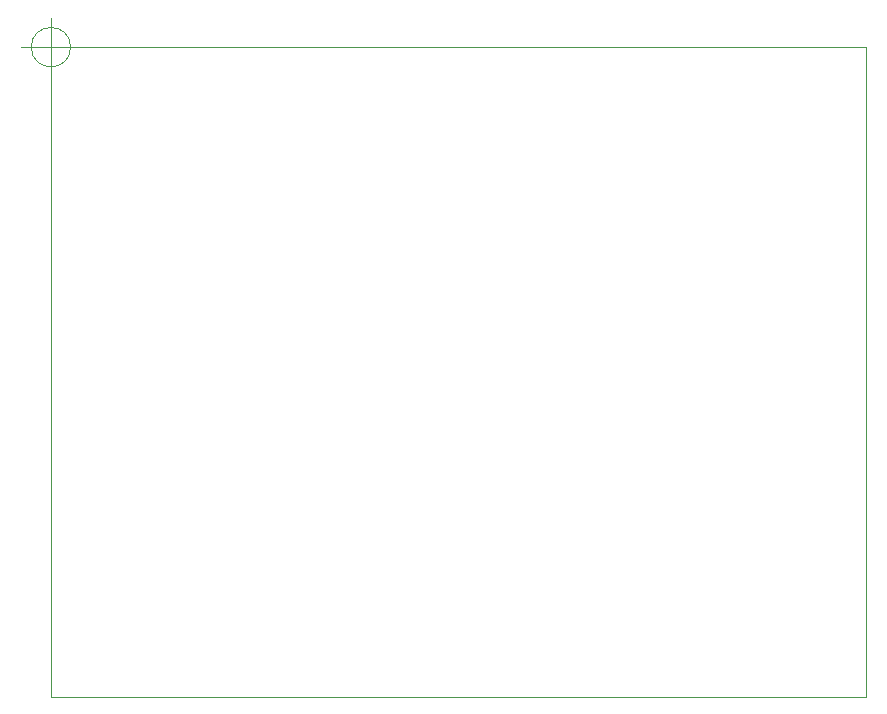
<source format=gbr>
%TF.GenerationSoftware,KiCad,Pcbnew,5.1.6-c6e7f7d~87~ubuntu20.04.1*%
%TF.CreationDate,2020-08-28T13:02:35+02:00*%
%TF.ProjectId,teensy adapter,7465656e-7379-4206-9164-61707465722e,rev?*%
%TF.SameCoordinates,Original*%
%TF.FileFunction,Profile,NP*%
%FSLAX46Y46*%
G04 Gerber Fmt 4.6, Leading zero omitted, Abs format (unit mm)*
G04 Created by KiCad (PCBNEW 5.1.6-c6e7f7d~87~ubuntu20.04.1) date 2020-08-28 13:02:35*
%MOMM*%
%LPD*%
G01*
G04 APERTURE LIST*
%TA.AperFunction,Profile*%
%ADD10C,0.050000*%
%TD*%
G04 APERTURE END LIST*
D10*
X70666666Y-25000000D02*
G75*
G03*
X70666666Y-25000000I-1666666J0D01*
G01*
X66500000Y-25000000D02*
X71500000Y-25000000D01*
X69000000Y-22500000D02*
X69000000Y-27500000D01*
X69000000Y-80000000D02*
X138000000Y-80000000D01*
X138000000Y-25000000D02*
X138000000Y-29000000D01*
X69000000Y-25000000D02*
X138000000Y-25000000D01*
X69000000Y-30000000D02*
X69000000Y-25000000D01*
X138000000Y-29000000D02*
X138000000Y-80000000D01*
X69000000Y-30000000D02*
X69000000Y-80000000D01*
M02*

</source>
